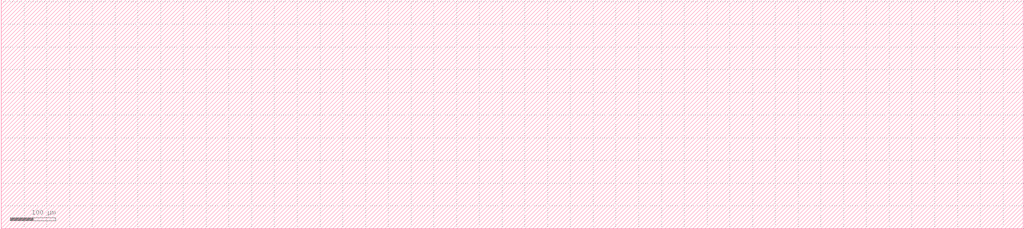
<source format=lef>
MACRO c0
     SIZE 1056 BY 504 ;
END c0

MACRO c1
     SIZE 924 BY 504 ;
END c1

MACRO c2
     SIZE 792 BY 504 ;
END c2

MACRO c3
     SIZE 132 BY 504 ;
END c3

MACRO c4
     SIZE 396 BY 504 ;
END c4

MACRO c5
     SIZE 528 BY 504 ;
END c5

MACRO c6
     SIZE 264 BY 504 ;
END c6

MACRO c7
     SIZE 1320 BY 504 ;
END c7

MACRO c8
     SIZE 1188 BY 504 ;
END c8

MACRO c9
     SIZE 660 BY 504 ;
END c9

MACRO c10
     SIZE 1584 BY 504 ;
END c10

MACRO c11
     SIZE 1716 BY 504 ;
END c11

MACRO c12
     SIZE 1980 BY 504 ;
END c12

MACRO c13
     SIZE 1848 BY 504 ;
END c13

MACRO c14
     SIZE 1452 BY 504 ;
END c14

MACRO c15
     SIZE 2244 BY 504 ;
END c15

END LIBRARY
</source>
